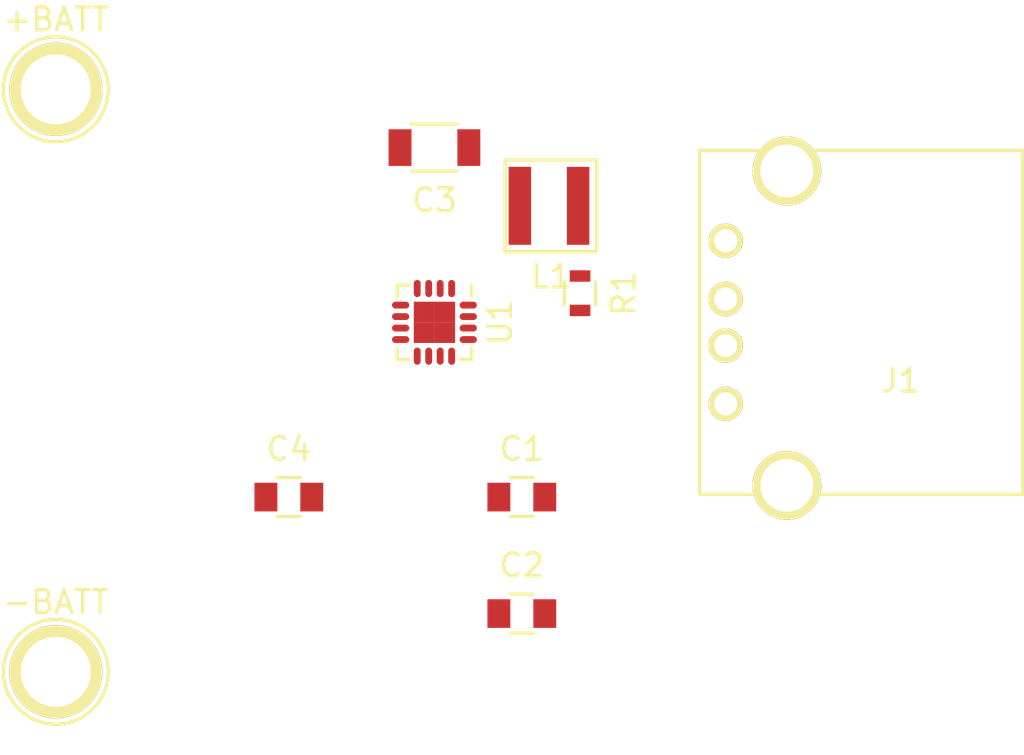
<source format=kicad_pcb>
(kicad_pcb (version 4) (host pcbnew "(2015-04-07 BZR 5582)-product")

  (general
    (links 27)
    (no_connects 27)
    (area 0 0 0 0)
    (thickness 1.6)
    (drawings 0)
    (tracks 0)
    (zones 0)
    (modules 10)
    (nets 9)
  )

  (page A4)
  (layers
    (0 F.Cu signal)
    (31 B.Cu signal)
    (32 B.Adhes user)
    (33 F.Adhes user)
    (34 B.Paste user)
    (35 F.Paste user)
    (36 B.SilkS user)
    (37 F.SilkS user)
    (38 B.Mask user)
    (39 F.Mask user)
    (40 Dwgs.User user)
    (41 Cmts.User user)
    (42 Eco1.User user)
    (43 Eco2.User user)
    (44 Edge.Cuts user)
    (45 Margin user)
    (46 B.CrtYd user)
    (47 F.CrtYd user)
    (48 B.Fab user)
    (49 F.Fab user)
  )

  (setup
    (last_trace_width 0.25)
    (trace_clearance 0.2)
    (zone_clearance 0.508)
    (zone_45_only no)
    (trace_min 0.2)
    (segment_width 0.2)
    (edge_width 0.15)
    (via_size 0.6)
    (via_drill 0.4)
    (via_min_size 0.4)
    (via_min_drill 0.3)
    (uvia_size 0.3)
    (uvia_drill 0.1)
    (uvias_allowed no)
    (uvia_min_size 0.2)
    (uvia_min_drill 0.1)
    (pcb_text_width 0.3)
    (pcb_text_size 1.5 1.5)
    (mod_edge_width 0.15)
    (mod_text_size 1 1)
    (mod_text_width 0.15)
    (pad_size 4.064 4.064)
    (pad_drill 3.048)
    (pad_to_mask_clearance 0.2)
    (aux_axis_origin 0 0)
    (visible_elements FFFFFF7F)
    (pcbplotparams
      (layerselection 0x00030_80000001)
      (usegerberextensions false)
      (excludeedgelayer true)
      (linewidth 0.100000)
      (plotframeref false)
      (viasonmask false)
      (mode 1)
      (useauxorigin false)
      (hpglpennumber 1)
      (hpglpenspeed 20)
      (hpglpendiameter 15)
      (hpglpenoverlay 2)
      (psnegative false)
      (psa4output false)
      (plotreference true)
      (plotvalue true)
      (plotinvisibletext false)
      (padsonsilk false)
      (subtractmaskfromsilk false)
      (outputformat 1)
      (mirror false)
      (drillshape 1)
      (scaleselection 1)
      (outputdirectory ""))
  )

  (net 0 "")
  (net 1 +BATT)
  (net 2 GND)
  (net 3 "Net-(C3-Pad1)")
  (net 4 "Net-(C4-Pad1)")
  (net 5 "Net-(J1-Pad3)")
  (net 6 "Net-(J1-Pad2)")
  (net 7 "Net-(L1-Pad1)")
  (net 8 "Net-(R1-Pad2)")

  (net_class Default "This is the default net class."
    (clearance 0.2)
    (trace_width 0.25)
    (via_dia 0.6)
    (via_drill 0.4)
    (uvia_dia 0.3)
    (uvia_drill 0.1)
    (add_net +BATT)
    (add_net GND)
    (add_net "Net-(C3-Pad1)")
    (add_net "Net-(C4-Pad1)")
    (add_net "Net-(J1-Pad2)")
    (add_net "Net-(J1-Pad3)")
    (add_net "Net-(L1-Pad1)")
    (add_net "Net-(R1-Pad2)")
  )

  (module Capacitors_SMD:C_0805 (layer F.Cu) (tedit 5415D6EA) (tstamp 5537ACA0)
    (at 152.4 111.76)
    (descr "Capacitor SMD 0805, reflow soldering, AVX (see smccp.pdf)")
    (tags "capacitor 0805")
    (path /55365720)
    (attr smd)
    (fp_text reference C1 (at 0 -2.1) (layer F.SilkS)
      (effects (font (size 1 1) (thickness 0.15)))
    )
    (fp_text value 10u (at 0 2.1) (layer F.Fab)
      (effects (font (size 1 1) (thickness 0.15)))
    )
    (fp_line (start -1.8 -1) (end 1.8 -1) (layer F.CrtYd) (width 0.05))
    (fp_line (start -1.8 1) (end 1.8 1) (layer F.CrtYd) (width 0.05))
    (fp_line (start -1.8 -1) (end -1.8 1) (layer F.CrtYd) (width 0.05))
    (fp_line (start 1.8 -1) (end 1.8 1) (layer F.CrtYd) (width 0.05))
    (fp_line (start 0.5 -0.85) (end -0.5 -0.85) (layer F.SilkS) (width 0.15))
    (fp_line (start -0.5 0.85) (end 0.5 0.85) (layer F.SilkS) (width 0.15))
    (pad 1 smd rect (at -1 0) (size 1 1.25) (layers F.Cu F.Paste F.Mask)
      (net 1 +BATT))
    (pad 2 smd rect (at 1 0) (size 1 1.25) (layers F.Cu F.Paste F.Mask)
      (net 2 GND))
    (model Capacitors_SMD.3dshapes/C_0805.wrl
      (at (xyz 0 0 0))
      (scale (xyz 1 1 1))
      (rotate (xyz 0 0 0))
    )
  )

  (module Capacitors_SMD:C_0805 (layer F.Cu) (tedit 5415D6EA) (tstamp 5537ACA6)
    (at 152.4 116.84)
    (descr "Capacitor SMD 0805, reflow soldering, AVX (see smccp.pdf)")
    (tags "capacitor 0805")
    (path /553652BE)
    (attr smd)
    (fp_text reference C2 (at 0 -2.1) (layer F.SilkS)
      (effects (font (size 1 1) (thickness 0.15)))
    )
    (fp_text value 0.1u (at 0 2.1) (layer F.Fab)
      (effects (font (size 1 1) (thickness 0.15)))
    )
    (fp_line (start -1.8 -1) (end 1.8 -1) (layer F.CrtYd) (width 0.05))
    (fp_line (start -1.8 1) (end 1.8 1) (layer F.CrtYd) (width 0.05))
    (fp_line (start -1.8 -1) (end -1.8 1) (layer F.CrtYd) (width 0.05))
    (fp_line (start 1.8 -1) (end 1.8 1) (layer F.CrtYd) (width 0.05))
    (fp_line (start 0.5 -0.85) (end -0.5 -0.85) (layer F.SilkS) (width 0.15))
    (fp_line (start -0.5 0.85) (end 0.5 0.85) (layer F.SilkS) (width 0.15))
    (pad 1 smd rect (at -1 0) (size 1 1.25) (layers F.Cu F.Paste F.Mask)
      (net 1 +BATT))
    (pad 2 smd rect (at 1 0) (size 1 1.25) (layers F.Cu F.Paste F.Mask)
      (net 2 GND))
    (model Capacitors_SMD.3dshapes/C_0805.wrl
      (at (xyz 0 0 0))
      (scale (xyz 1 1 1))
      (rotate (xyz 0 0 0))
    )
  )

  (module Capacitors_SMD:C_1206 (layer F.Cu) (tedit 5415D7BD) (tstamp 5537ACAC)
    (at 148.59 96.52 180)
    (descr "Capacitor SMD 1206, reflow soldering, AVX (see smccp.pdf)")
    (tags "capacitor 1206")
    (path /55365359)
    (attr smd)
    (fp_text reference C3 (at 0 -2.3 180) (layer F.SilkS)
      (effects (font (size 1 1) (thickness 0.15)))
    )
    (fp_text value 3.3n (at 0 2.3 180) (layer F.Fab)
      (effects (font (size 1 1) (thickness 0.15)))
    )
    (fp_line (start -2.3 -1.15) (end 2.3 -1.15) (layer F.CrtYd) (width 0.05))
    (fp_line (start -2.3 1.15) (end 2.3 1.15) (layer F.CrtYd) (width 0.05))
    (fp_line (start -2.3 -1.15) (end -2.3 1.15) (layer F.CrtYd) (width 0.05))
    (fp_line (start 2.3 -1.15) (end 2.3 1.15) (layer F.CrtYd) (width 0.05))
    (fp_line (start 1 -1.025) (end -1 -1.025) (layer F.SilkS) (width 0.15))
    (fp_line (start -1 1.025) (end 1 1.025) (layer F.SilkS) (width 0.15))
    (pad 1 smd rect (at -1.5 0 180) (size 1 1.6) (layers F.Cu F.Paste F.Mask)
      (net 3 "Net-(C3-Pad1)"))
    (pad 2 smd rect (at 1.5 0 180) (size 1 1.6) (layers F.Cu F.Paste F.Mask)
      (net 2 GND))
    (model Capacitors_SMD.3dshapes/C_1206.wrl
      (at (xyz 0 0 0))
      (scale (xyz 1 1 1))
      (rotate (xyz 0 0 0))
    )
  )

  (module Capacitors_SMD:C_0805 (layer F.Cu) (tedit 5415D6EA) (tstamp 5537ACB2)
    (at 142.24 111.76)
    (descr "Capacitor SMD 0805, reflow soldering, AVX (see smccp.pdf)")
    (tags "capacitor 0805")
    (path /55365C06)
    (attr smd)
    (fp_text reference C4 (at 0 -2.1) (layer F.SilkS)
      (effects (font (size 1 1) (thickness 0.15)))
    )
    (fp_text value 22u (at 0 2.1) (layer F.Fab)
      (effects (font (size 1 1) (thickness 0.15)))
    )
    (fp_line (start -1.8 -1) (end 1.8 -1) (layer F.CrtYd) (width 0.05))
    (fp_line (start -1.8 1) (end 1.8 1) (layer F.CrtYd) (width 0.05))
    (fp_line (start -1.8 -1) (end -1.8 1) (layer F.CrtYd) (width 0.05))
    (fp_line (start 1.8 -1) (end 1.8 1) (layer F.CrtYd) (width 0.05))
    (fp_line (start 0.5 -0.85) (end -0.5 -0.85) (layer F.SilkS) (width 0.15))
    (fp_line (start -0.5 0.85) (end 0.5 0.85) (layer F.SilkS) (width 0.15))
    (pad 1 smd rect (at -1 0) (size 1 1.25) (layers F.Cu F.Paste F.Mask)
      (net 4 "Net-(C4-Pad1)"))
    (pad 2 smd rect (at 1 0) (size 1 1.25) (layers F.Cu F.Paste F.Mask)
      (net 2 GND))
    (model Capacitors_SMD.3dshapes/C_0805.wrl
      (at (xyz 0 0 0))
      (scale (xyz 1 1 1))
      (rotate (xyz 0 0 0))
    )
  )

  (module Connect:USB_A (layer F.Cu) (tedit 0) (tstamp 5537ACBC)
    (at 161.29 104.14)
    (path /5536550B)
    (fp_text reference J1 (at 7.62 2.54) (layer F.SilkS)
      (effects (font (size 1 1) (thickness 0.15)))
    )
    (fp_text value USB (at 7.62 -2.54) (layer F.Fab)
      (effects (font (size 1 1) (thickness 0.15)))
    )
    (fp_line (start -1.143 -7.493) (end 12.954 -7.493) (layer F.SilkS) (width 0.15))
    (fp_line (start 12.954 7.493) (end -1.143 7.493) (layer F.SilkS) (width 0.15))
    (fp_line (start -1.143 -7.493) (end -1.143 7.493) (layer F.SilkS) (width 0.15))
    (fp_line (start 12.954 -7.493) (end 12.954 7.493) (layer F.SilkS) (width 0.15))
    (pad 4 thru_hole circle (at 0 -3.556) (size 1.50114 1.50114) (drill 1.00076) (layers *.Cu *.Mask F.SilkS)
      (net 2 GND))
    (pad 3 thru_hole circle (at 0 -1.016) (size 1.50114 1.50114) (drill 1.00076) (layers *.Cu *.Mask F.SilkS)
      (net 5 "Net-(J1-Pad3)"))
    (pad 2 thru_hole circle (at 0 1.016) (size 1.50114 1.50114) (drill 1.00076) (layers *.Cu *.Mask F.SilkS)
      (net 6 "Net-(J1-Pad2)"))
    (pad 1 thru_hole circle (at 0 3.556) (size 1.50114 1.50114) (drill 1.00076) (layers *.Cu *.Mask F.SilkS)
      (net 4 "Net-(C4-Pad1)"))
    (pad 5 thru_hole circle (at 2.667 -6.604) (size 2.99974 2.99974) (drill 2.30124) (layers *.Cu *.Mask F.SilkS)
      (net 2 GND))
    (pad 6 thru_hole circle (at 2.667 7.112) (size 2.99974 2.99974) (drill 2.30124) (layers *.Cu *.Mask F.SilkS)
      (net 2 GND))
    (model Connect.3dshapes/USB_A.wrl
      (at (xyz 0 0 0))
      (scale (xyz 1 1 1))
      (rotate (xyz 0 0 0))
    )
  )

  (module custom_footprints:Coilcraft_XFL4020 (layer F.Cu) (tedit 55378E55) (tstamp 5537ACC6)
    (at 153.67 99.06)
    (path /55365415)
    (fp_text reference L1 (at 0 3.08) (layer F.SilkS)
      (effects (font (size 1 1) (thickness 0.15)))
    )
    (fp_text value 22u (at 0 -3.08) (layer F.Fab)
      (effects (font (size 1 1) (thickness 0.15)))
    )
    (fp_line (start -2 2) (end -2 -2) (layer F.SilkS) (width 0.15))
    (fp_line (start -2 2) (end 2 2) (layer F.SilkS) (width 0.15))
    (fp_line (start 2 2) (end 2 -2) (layer F.SilkS) (width 0.15))
    (fp_line (start 2 -2) (end -2 -2) (layer F.SilkS) (width 0.15))
    (pad 1 smd rect (at -1.355 0) (size 0.98 3.4) (layers F.Cu F.Paste F.Mask)
      (net 7 "Net-(L1-Pad1)"))
    (pad 2 smd rect (at 1.185 0) (size 0.98 3.4) (layers F.Cu F.Paste F.Mask)
      (net 4 "Net-(C4-Pad1)"))
  )

  (module Resistors_SMD:R_0603 (layer F.Cu) (tedit 5415CC62) (tstamp 5537ACCC)
    (at 154.94 102.87 270)
    (descr "Resistor SMD 0603, reflow soldering, Vishay (see dcrcw.pdf)")
    (tags "resistor 0603")
    (path /553655ED)
    (attr smd)
    (fp_text reference R1 (at 0 -1.9 270) (layer F.SilkS)
      (effects (font (size 1 1) (thickness 0.15)))
    )
    (fp_text value 100k (at 0 1.9 270) (layer F.Fab)
      (effects (font (size 1 1) (thickness 0.15)))
    )
    (fp_line (start -1.3 -0.8) (end 1.3 -0.8) (layer F.CrtYd) (width 0.05))
    (fp_line (start -1.3 0.8) (end 1.3 0.8) (layer F.CrtYd) (width 0.05))
    (fp_line (start -1.3 -0.8) (end -1.3 0.8) (layer F.CrtYd) (width 0.05))
    (fp_line (start 1.3 -0.8) (end 1.3 0.8) (layer F.CrtYd) (width 0.05))
    (fp_line (start 0.5 0.675) (end -0.5 0.675) (layer F.SilkS) (width 0.15))
    (fp_line (start -0.5 -0.675) (end 0.5 -0.675) (layer F.SilkS) (width 0.15))
    (pad 1 smd rect (at -0.75 0 270) (size 0.5 0.9) (layers F.Cu F.Paste F.Mask)
      (net 4 "Net-(C4-Pad1)"))
    (pad 2 smd rect (at 0.75 0 270) (size 0.5 0.9) (layers F.Cu F.Paste F.Mask)
      (net 8 "Net-(R1-Pad2)"))
    (model Resistors_SMD.3dshapes/R_0603.wrl
      (at (xyz 0 0 0))
      (scale (xyz 1 1 1))
      (rotate (xyz 0 0 0))
    )
  )

  (module Housings_DFN_QFN:QFN-16-1EP_3x3mm_Pitch0.5mm (layer F.Cu) (tedit 54130A77) (tstamp 5537ACE4)
    (at 148.59 104.14 270)
    (descr "16-Lead Plastic Quad Flat, No Lead Package (NG) - 3x3x0.9 mm Body [QFN]; (see Microchip Packaging Specification 00000049BS.pdf)")
    (tags "QFN 0.5")
    (path /55363C02)
    (attr smd)
    (fp_text reference U1 (at 0 -2.85 270) (layer F.SilkS)
      (effects (font (size 1 1) (thickness 0.15)))
    )
    (fp_text value TPS62133 (at 0 2.85 270) (layer F.Fab)
      (effects (font (size 1 1) (thickness 0.15)))
    )
    (fp_line (start -2.1 -2.1) (end -2.1 2.1) (layer F.CrtYd) (width 0.05))
    (fp_line (start 2.1 -2.1) (end 2.1 2.1) (layer F.CrtYd) (width 0.05))
    (fp_line (start -2.1 -2.1) (end 2.1 -2.1) (layer F.CrtYd) (width 0.05))
    (fp_line (start -2.1 2.1) (end 2.1 2.1) (layer F.CrtYd) (width 0.05))
    (fp_line (start 1.625 -1.625) (end 1.625 -1.125) (layer F.SilkS) (width 0.15))
    (fp_line (start -1.625 1.625) (end -1.625 1.125) (layer F.SilkS) (width 0.15))
    (fp_line (start 1.625 1.625) (end 1.625 1.125) (layer F.SilkS) (width 0.15))
    (fp_line (start -1.625 -1.625) (end -1.125 -1.625) (layer F.SilkS) (width 0.15))
    (fp_line (start -1.625 1.625) (end -1.125 1.625) (layer F.SilkS) (width 0.15))
    (fp_line (start 1.625 1.625) (end 1.125 1.625) (layer F.SilkS) (width 0.15))
    (fp_line (start 1.625 -1.625) (end 1.125 -1.625) (layer F.SilkS) (width 0.15))
    (pad 1 smd oval (at -1.475 -0.75 270) (size 0.75 0.3) (layers F.Cu F.Paste F.Mask)
      (net 7 "Net-(L1-Pad1)"))
    (pad 2 smd oval (at -1.475 -0.25 270) (size 0.75 0.3) (layers F.Cu F.Paste F.Mask)
      (net 7 "Net-(L1-Pad1)"))
    (pad 3 smd oval (at -1.475 0.25 270) (size 0.75 0.3) (layers F.Cu F.Paste F.Mask)
      (net 7 "Net-(L1-Pad1)"))
    (pad 4 smd oval (at -1.475 0.75 270) (size 0.75 0.3) (layers F.Cu F.Paste F.Mask)
      (net 8 "Net-(R1-Pad2)"))
    (pad 5 smd oval (at -0.75 1.475) (size 0.75 0.3) (layers F.Cu F.Paste F.Mask)
      (net 2 GND))
    (pad 6 smd oval (at -0.25 1.475) (size 0.75 0.3) (layers F.Cu F.Paste F.Mask))
    (pad 7 smd oval (at 0.25 1.475) (size 0.75 0.3) (layers F.Cu F.Paste F.Mask)
      (net 2 GND))
    (pad 8 smd oval (at 0.75 1.475) (size 0.75 0.3) (layers F.Cu F.Paste F.Mask)
      (net 2 GND))
    (pad 9 smd oval (at 1.475 0.75 270) (size 0.75 0.3) (layers F.Cu F.Paste F.Mask)
      (net 3 "Net-(C3-Pad1)"))
    (pad 10 smd oval (at 1.475 0.25 270) (size 0.75 0.3) (layers F.Cu F.Paste F.Mask)
      (net 1 +BATT))
    (pad 11 smd oval (at 1.475 -0.25 270) (size 0.75 0.3) (layers F.Cu F.Paste F.Mask)
      (net 1 +BATT))
    (pad 12 smd oval (at 1.475 -0.75 270) (size 0.75 0.3) (layers F.Cu F.Paste F.Mask)
      (net 1 +BATT))
    (pad 13 smd oval (at 0.75 -1.475) (size 0.75 0.3) (layers F.Cu F.Paste F.Mask)
      (net 1 +BATT))
    (pad 14 smd oval (at 0.25 -1.475) (size 0.75 0.3) (layers F.Cu F.Paste F.Mask)
      (net 4 "Net-(C4-Pad1)"))
    (pad 15 smd oval (at -0.25 -1.475) (size 0.75 0.3) (layers F.Cu F.Paste F.Mask)
      (net 2 GND))
    (pad 16 smd oval (at -0.75 -1.475) (size 0.75 0.3) (layers F.Cu F.Paste F.Mask)
      (net 2 GND))
    (pad 17 smd rect (at 0.45 0.45 270) (size 0.9 0.9) (layers F.Cu F.Paste F.Mask)
      (solder_paste_margin_ratio -0.2))
    (pad 17 smd rect (at 0.45 -0.45 270) (size 0.9 0.9) (layers F.Cu F.Paste F.Mask)
      (solder_paste_margin_ratio -0.2))
    (pad 17 smd rect (at -0.45 0.45 270) (size 0.9 0.9) (layers F.Cu F.Paste F.Mask)
      (solder_paste_margin_ratio -0.2))
    (pad 17 smd rect (at -0.45 -0.45 270) (size 0.9 0.9) (layers F.Cu F.Paste F.Mask)
      (solder_paste_margin_ratio -0.2))
    (model Housings_DFN_QFN.3dshapes/QFN-16-1EP_3x3mm_Pitch0.5mm.wrl
      (at (xyz 0 0 0))
      (scale (xyz 1 1 1))
      (rotate (xyz 0 0 0))
    )
  )

  (module Connect:1pin (layer F.Cu) (tedit 5537922F) (tstamp 5537AD55)
    (at 132.08 119.38)
    (descr "module 1 pin (ou trou mecanique de percage)")
    (tags DEV)
    (fp_text reference -BATT (at 0 -3.048) (layer F.SilkS)
      (effects (font (size 1 1) (thickness 0.15)))
    )
    (fp_text value 1pin (at 0 2.794) (layer F.Fab)
      (effects (font (size 1 1) (thickness 0.15)))
    )
    (fp_circle (center 0 0) (end 0 -2.286) (layer F.SilkS) (width 0.15))
    (pad 1 thru_hole circle (at 0 0) (size 4.064 4.064) (drill 3.048) (layers *.Cu *.Mask F.SilkS)
      (net 2 GND))
  )

  (module Connect:1pin (layer F.Cu) (tedit 55379347) (tstamp 5537AD9B)
    (at 132.08 93.98)
    (descr "module 1 pin (ou trou mecanique de percage)")
    (tags DEV)
    (fp_text reference +BATT (at 0 -3.048) (layer F.SilkS)
      (effects (font (size 1 1) (thickness 0.15)))
    )
    (fp_text value 1pin (at 0 2.794) (layer F.Fab)
      (effects (font (size 1 1) (thickness 0.15)))
    )
    (fp_circle (center 0 0) (end 0 -2.286) (layer F.SilkS) (width 0.15))
    (pad 1 thru_hole circle (at 0 0) (size 4.064 4.064) (drill 3.048) (layers *.Cu *.Mask F.SilkS)
      (net 1 +BATT))
  )

)

</source>
